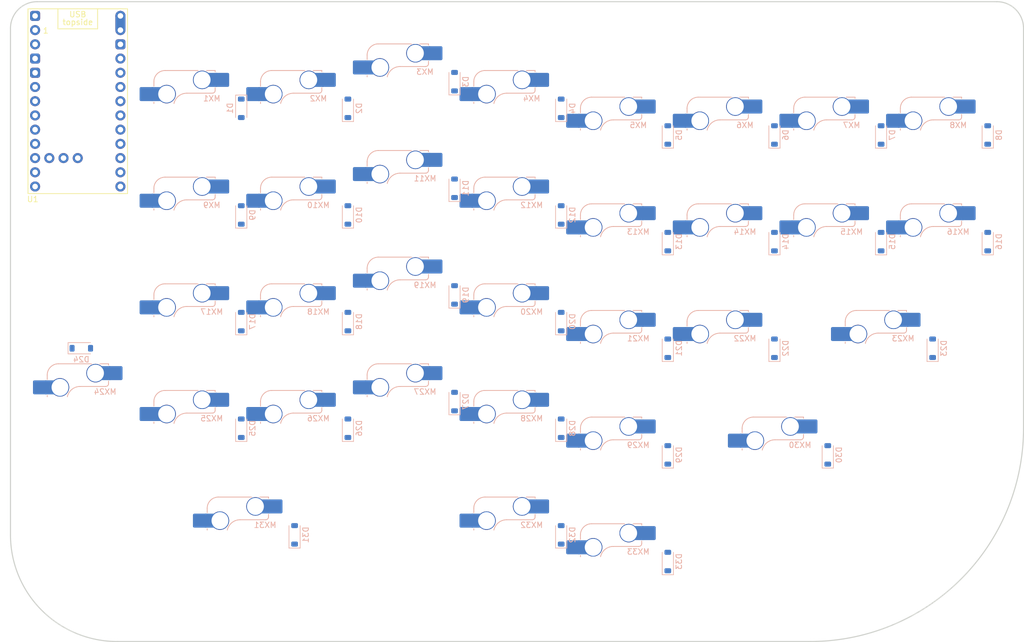
<source format=kicad_pcb>
(kicad_pcb (version 20240108) (generator "pcbnew") (generator_version "8.0")
  (layers (0 "F.Cu" signal) (31 "B.Cu" signal) (34 "B.Paste" user) (35 "F.Paste" user) (36 "B.SilkS" user "B.Silkscreen") (37 "F.SilkS" user "F.Silkscreen") (38 "B.Mask" user) (39 "F.Mask" user) (44 "Edge.Cuts" user))
  (net 0 "")
  (net 1 "Net-(D1-A)")
  (net 2 "R_Row 0")
  (net 3 "Net-(D2-A)")
  (net 4 "Net-(D3-A)")
  (net 5 "Net-(D4-A)")
  (net 6 "Net-(D5-A)")
  (net 7 "Net-(D6-A)")
  (net 8 "Net-(D7-A)")
  (net 9 "Net-(D8-A)")
  (net 10 "R_Row 1")
  (net 11 "Net-(D9-A)")
  (net 12 "Net-(D10-A)")
  (net 13 "Net-(D11-A)")
  (net 14 "Net-(D12-A)")
  (net 15 "Net-(D13-A)")
  (net 16 "Net-(D14-A)")
  (net 17 "Net-(D15-A)")
  (net 18 "Net-(D16-A)")
  (net 19 "R_Row 2")
  (net 20 "Net-(D17-A)")
  (net 21 "Net-(D18-A)")
  (net 22 "Net-(D19-A)")
  (net 23 "Net-(D20-A)")
  (net 24 "Net-(D21-A)")
  (net 25 "Net-(D22-A)")
  (net 26 "Net-(D23-A)")
  (net 27 "Net-(D24-A)")
  (net 29 "Net-(D25-A)")
  (net 30 "R_Row 3")
  (net 31 "Net-(D26-A)")
  (net 32 "Net-(D27-A)")
  (net 33 "Net-(D28-A)")
  (net 34 "Net-(D29-A)")
  (net 35 "Net-(D30-A)")
  (net 36 "Net-(D31-A)")
  (net 37 "R_Row 4")
  (net 38 "Net-(D32-A)")
  (net 39 "Net-(D33-A)")
  (net 40 "R_Column 0")
  (net 41 "R_Column 1")
  (net 42 "R_Column 2")
  (net 43 "R_Column 3")
  (net 44 "R_Column 4")
  (net 45 "R_Column 5")
  (net 46 "R_Column 6")
  (net 47 "R_Column 7")
  (net 53 "GND")
  (net 58 "RESET")
  (net 60 "VCC")
  (footprint "PCM_marbastlib-mx:STAB_MX_2u" (layer "F.Cu") (at 161.925 119.0625)
    (property "Reference" "S2" (hide yes))
    (property "Value" "MX_stab")
    (pad "" np_thru_hole circle (at -11.90625 -6.985) (size 3.048 3.048) (drill 3.048) (layers "*.Cu" "*.Mask"))
    (pad "" np_thru_hole circle (at -11.90625 8.255) (size 3.9878 3.9878) (drill 3.9878) (layers "*.Cu" "*.Mask"))
    (pad "" np_thru_hole circle (at 11.90625 -6.985) (size 3.048 3.048) (drill 3.048) (layers "*.Cu" "*.Mask"))
    (pad "" np_thru_hole circle (at 11.90625 8.255) (size 3.9878 3.9878) (drill 3.9878) (layers "*.Cu" "*.Mask"))
  )
  (footprint "PCM_marbastlib-xp-promicroish:nice_nano_AH_USBup" (layer "F.Cu") (at 37.465 57.15)
    (property "Reference" "U1" (at -9.14 16.24 0) (layer "F.SilkS") (effects (justify left)))
    (property "Value" "nice_nano")
    (fp_text user "1" (at -5.715 -13.2825 0) (layer "F.SilkS") (effects (justify bottom)))
    (fp_text user "USB" (at 0 -16.2 0) (layer "F.SilkS") (effects (justify bottom)))
    (fp_text user "topside" (at 0 -14.8 0) (layer "F.SilkS") (effects (justify bottom)))
    (pad "1" thru_hole circle (at -7.62 -13.97) (size 1.8 1.8) (drill 1) (layers "*.Cu" "B.Mask"))
    (pad "2" thru_hole circle (at -7.62 -11.43) (size 1.8 1.8) (drill 1) (layers "*.Cu" "B.Mask"))
    (pad "3" thru_hole roundrect (at -7.62 -8.89) (size 1.8 1.8) (drill 1) (layers "*.Cu" "B.Mask"))
    (pad "4" thru_hole roundrect (at -7.62 -6.35) (size 1.8 1.8) (drill 1) (layers "*.Cu" "B.Mask"))
    (pad "5" thru_hole circle (at -7.62 -3.81) (size 1.8 1.8) (drill 1) (layers "*.Cu" "B.Mask"))
    (pad "6" thru_hole circle (at -7.62 -1.27) (size 1.8 1.8) (drill 1) (layers "*.Cu" "B.Mask"))
    (pad "7" thru_hole circle (at -7.62 1.27) (size 1.8 1.8) (drill 1) (layers "*.Cu" "B.Mask"))
    (pad "8" thru_hole circle (at -7.62 3.81) (size 1.8 1.8) (drill 1) (layers "*.Cu" "B.Mask"))
    (pad "9" thru_hole circle (at -7.62 6.35) (size 1.8 1.8) (drill 1) (layers "*.Cu" "B.Mask"))
    (pad "10" thru_hole circle (at -7.62 8.89) (size 1.8 1.8) (drill 1) (layers "*.Cu" "B.Mask"))
    (pad "11" thru_hole circle (at -7.62 11.43) (size 1.8 1.8) (drill 1) (layers "*.Cu" "B.Mask"))
    (pad "12" thru_hole circle (at -7.62 13.97) (size 1.8 1.8) (drill 1) (layers "*.Cu" "B.Mask"))
    (pad "13" thru_hole oval (at 7.62 -13.97) (size 1.8 4.34) (drill 1 (offset 0 -1.27)) (layers "*.Cu" "B.Mask"))
    (pad "14" thru_hole roundrect (at 7.62 -11.43) (size 1.8 1.8) (drill 1) (layers "*.Cu" "B.Mask") (net 53 "GND"))
    (pad "15" thru_hole circle (at 7.62 -8.89) (size 1.8 1.8) (drill 1) (layers "*.Cu" "B.Mask") (net 58 "RESET"))
    (pad "16" thru_hole circle (at 7.62 -6.35) (size 1.8 1.8) (drill 1) (layers "*.Cu" "B.Mask") (net 60 "VCC"))
    (pad "17" thru_hole circle (at 7.62 -3.81) (size 1.8 1.8) (drill 1) (layers "*.Cu" "B.Mask"))
    (pad "18" thru_hole circle (at 7.62 -1.27) (size 1.8 1.8) (drill 1) (layers "*.Cu" "B.Mask"))
    (pad "19" thru_hole circle (at 7.62 1.27) (size 1.8 1.8) (drill 1) (layers "*.Cu" "B.Mask"))
    (pad "20" thru_hole circle (at 7.62 3.81) (size 1.8 1.8) (drill 1) (layers "*.Cu" "B.Mask"))
    (pad "21" thru_hole circle (at 7.62 6.35) (size 1.8 1.8) (drill 1) (layers "*.Cu" "B.Mask"))
    (pad "22" thru_hole circle (at 7.62 8.89) (size 1.8 1.8) (drill 1) (layers "*.Cu" "B.Mask"))
    (pad "23" thru_hole circle (at 7.62 11.43) (size 1.8 1.8) (drill 1) (layers "*.Cu" "B.Mask"))
    (pad "24" thru_hole circle (at 7.62 13.97) (size 1.8 1.8) (drill 1) (layers "*.Cu" "B.Mask"))
    (pad "25" thru_hole circle (at -5.08 8.89) (size 1.8 1.8) (drill 1) (layers "*.Cu" "B.Mask"))
    (pad "26" thru_hole circle (at -2.54 8.89) (size 1.8 1.8) (drill 1) (layers "*.Cu" "B.Mask"))
    (pad "27" thru_hole circle (at 0 8.89) (size 1.8 1.8) (drill 1) (layers "*.Cu" "B.Mask"))
    (pad "28" thru_hole roundrect (at -7.62 -16.51) (size 1.8 1.8) (drill 1) (layers "*.Cu" "B.Mask"))
    (pad "29" thru_hole circle (at 7.62 -16.51) (size 1.8 1.8) (drill 1) (layers "*.Cu" "B.Mask"))
  )
  (footprint "PCM_marbastlib-mx:STAB_MX_2u" (layer "F.Cu") (at 180.975 100.0125)
    (property "Reference" "S1" (hide yes))
    (property "Value" "MX_stab")
    (pad "" np_thru_hole circle (at -11.90625 -6.985) (size 3.048 3.048) (drill 3.048) (layers "*.Cu" "*.Mask"))
    (pad "" np_thru_hole circle (at -11.90625 8.255) (size 3.9878 3.9878) (drill 3.9878) (layers "*.Cu" "*.Mask"))
    (pad "" np_thru_hole circle (at 11.90625 -6.985) (size 3.048 3.048) (drill 3.048) (layers "*.Cu" "*.Mask"))
    (pad "" np_thru_hole circle (at 11.90625 8.255) (size 3.9878 3.9878) (drill 3.9878) (layers "*.Cu" "*.Mask"))
  )
  (footprint "PCM_marbastlib-mx:STAB_MX_2u" (layer "F.Cu") (at 66.675 133.35)
    (property "Reference" "S3" (hide yes))
    (property "Value" "MX_stab")
    (pad "" np_thru_hole circle (at -11.90625 -6.985) (size 3.048 3.048) (drill 3.048) (layers "*.Cu" "*.Mask"))
    (pad "" np_thru_hole circle (at -11.90625 8.255) (size 3.9878 3.9878) (drill 3.9878) (layers "*.Cu" "*.Mask"))
    (pad "" np_thru_hole circle (at 11.90625 -6.985) (size 3.048 3.048) (drill 3.048) (layers "*.Cu" "*.Mask"))
    (pad "" np_thru_hole circle (at 11.90625 8.255) (size 3.9878 3.9878) (drill 3.9878) (layers "*.Cu" "*.Mask"))
  )
  (footprint "Diode_SMD:D_SOD-123" (layer "B.Cu") (at 180.975 61.9125 90)
    (property "Reference" "D7" (at 0 2 90) (layer "B.SilkS") (effects (justify mirror)))
    (property "Value" "1N4148W")
    (pad "1" smd roundrect (at -1.65 0 90) (size 0.9 1.2) (layers "B.Cu" "B.Paste" "B.Mask") (net 2 "R_Row 0"))
    (pad "2" smd roundrect (at 1.65 0 90) (size 0.9 1.2) (layers "B.Cu" "B.Paste" "B.Mask") (net 8 "Net-(D7-A)"))
  )
  (footprint "PCM_marbastlib-mx:SW_MX_HS_CPG151101S11_1u" (layer "B.Cu") (at 76.2 57.15 180)
    (property "Reference" "MX2" (at -4.25 1.75 0) (layer "B.SilkS") (effects (justify mirror)))
    (property "Value" "MX_SW_HS")
    (pad "" np_thru_hole circle (at -5.08 0 180) (size 1.75 1.75) (drill 1.75) (layers "*.Cu" "*.Mask"))
    (pad "" np_thru_hole circle (at 0 0 180) (size 3.9878 3.9878) (drill 3.9878) (layers "*.Cu" "*.Mask"))
    (pad "" np_thru_hole circle (at 5.08 0 180) (size 1.75 1.75) (drill 1.75) (layers "*.Cu" "*.Mask"))
    (pad "1" thru_hole circle (at 3.81 2.54 180) (size 3.3 3.3) (drill 3) (layers "*.Cu" "*.Mask") (net 41 "R_Column 1"))
    (pad "1" smd rect (at 5.635 2.54) (size 1.65 2.5) (layers "B.Cu") (net 41 "R_Column 1"))
    (pad "1" smd roundrect (at 7.36 2.54 180) (size 2.55 2.5) (layers "B.Cu" "B.Paste" "B.Mask") (roundrect_rratio 0.1) (net 41 "R_Column 1"))
    (pad "2" smd roundrect (at -6.09 5.08 180) (size 2.55 2.5) (layers "B.Cu" "B.Paste" "B.Mask") (roundrect_rratio 0.1) (net 3 "Net-(D2-A)"))
    (pad "2" smd rect (at -4.34 5.08 180) (size 1.65 2.5) (layers "B.Cu") (net 3 "Net-(D2-A)"))
    (pad "2" thru_hole circle (at -2.54 5.08 180) (size 3.3 3.3) (drill 3) (layers "*.Cu" "*.Mask") (net 3 "Net-(D2-A)"))
  )
  (footprint "Diode_SMD:D_SOD-123" (layer "B.Cu") (at 66.675 57.15 -90)
    (property "Reference" "D1" (at 0 2 90) (layer "B.SilkS") (effects (justify mirror)))
    (property "Value" "1N4148W")
    (pad "1" smd roundrect (at -1.65 0 270) (size 0.9 1.2) (layers "B.Cu" "B.Paste" "B.Mask") (net 2 "R_Row 0"))
    (pad "2" smd roundrect (at 1.65 0 270) (size 0.9 1.2) (layers "B.Cu" "B.Paste" "B.Mask") (net 1 "Net-(D1-A)"))
  )
  (footprint "Diode_SMD:D_SOD-123" (layer "B.Cu") (at 123.825 114.3 90)
    (property "Reference" "D28" (at 0 2 90) (layer "B.SilkS") (effects (justify mirror)))
    (property "Value" "1N4148W")
    (pad "1" smd roundrect (at -1.65 0 90) (size 0.9 1.2) (layers "B.Cu" "B.Paste" "B.Mask") (net 30 "R_Row 3"))
    (pad "2" smd roundrect (at 1.65 0 90) (size 0.9 1.2) (layers "B.Cu" "B.Paste" "B.Mask") (net 33 "Net-(D28-A)"))
  )
  (footprint "Diode_SMD:D_SOD-123" (layer "B.Cu") (at 161.925 61.9125 90)
    (property "Reference" "D6" (at 0 2 90) (layer "B.SilkS") (effects (justify mirror)))
    (property "Value" "1N4148W")
    (pad "1" smd roundrect (at -1.65 0 90) (size 0.9 1.2) (layers "B.Cu" "B.Paste" "B.Mask") (net 2 "R_Row 0"))
    (pad "2" smd roundrect (at 1.65 0 90) (size 0.9 1.2) (layers "B.Cu" "B.Paste" "B.Mask") (net 7 "Net-(D6-A)"))
  )
  (footprint "Diode_SMD:D_SOD-123" (layer "B.Cu") (at 171.45 119.0625 90)
    (property "Reference" "D30" (at 0 2 90) (layer "B.SilkS") (effects (justify mirror)))
    (property "Value" "1N4148W")
    (pad "1" smd roundrect (at -1.65 0 90) (size 0.9 1.2) (layers "B.Cu" "B.Paste" "B.Mask") (net 30 "R_Row 3"))
    (pad "2" smd roundrect (at 1.65 0 90) (size 0.9 1.2) (layers "B.Cu" "B.Paste" "B.Mask") (net 35 "Net-(D30-A)"))
  )
  (footprint "PCM_marbastlib-mx:SW_MX_HS_CPG151101S11_1u" (layer "B.Cu") (at 114.3 76.2 180)
    (property "Reference" "MX12" (at -4.25 1.75 0) (layer "B.SilkS") (effects (justify mirror)))
    (property "Value" "MX_SW_HS")
    (pad "" np_thru_hole circle (at -5.08 0 180) (size 1.75 1.75) (drill 1.75) (layers "*.Cu" "*.Mask"))
    (pad "" np_thru_hole circle (at 0 0 180) (size 3.9878 3.9878) (drill 3.9878) (layers "*.Cu" "*.Mask"))
    (pad "" np_thru_hole circle (at 5.08 0 180) (size 1.75 1.75) (drill 1.75) (layers "*.Cu" "*.Mask"))
    (pad "1" thru_hole circle (at 3.81 2.54 180) (size 3.3 3.3) (drill 3) (layers "*.Cu" "*.Mask") (net 43 "R_Column 3"))
    (pad "1" smd rect (at 5.635 2.54) (size 1.65 2.5) (layers "B.Cu") (net 43 "R_Column 3"))
    (pad "1" smd roundrect (at 7.36 2.54 180) (size 2.55 2.5) (layers "B.Cu" "B.Paste" "B.Mask") (roundrect_rratio 0.1) (net 43 "R_Column 3"))
    (pad "2" smd roundrect (at -6.09 5.08 180) (size 2.55 2.5) (layers "B.Cu" "B.Paste" "B.Mask") (roundrect_rratio 0.1) (net 14 "Net-(D12-A)"))
    (pad "2" smd rect (at -4.34 5.08 180) (size 1.65 2.5) (layers "B.Cu") (net 14 "Net-(D12-A)"))
    (pad "2" thru_hole circle (at -2.54 5.08 180) (size 3.3 3.3) (drill 3) (layers "*.Cu" "*.Mask") (net 14 "Net-(D12-A)"))
  )
  (footprint "PCM_marbastlib-mx:SW_MX_HS_CPG151101S11_1u" (layer "B.Cu") (at 133.35 100.0125 180)
    (property "Reference" "MX21" (at -4.25 1.75 0) (layer "B.SilkS") (effects (justify mirror)))
    (property "Value" "MX_SW_HS")
    (pad "" np_thru_hole circle (at -5.08 0 180) (size 1.75 1.75) (drill 1.75) (layers "*.Cu" "*.Mask"))
    (pad "" np_thru_hole circle (at 0 0 180) (size 3.9878 3.9878) (drill 3.9878) (layers "*.Cu" "*.Mask"))
    (pad "" np_thru_hole circle (at 5.08 0 180) (size 1.75 1.75) (drill 1.75) (layers "*.Cu" "*.Mask"))
    (pad "1" thru_hole circle (at 3.81 2.54 180) (size 3.3 3.3) (drill 3) (layers "*.Cu" "*.Mask") (net 44 "R_Column 4"))
    (pad "1" smd rect (at 5.635 2.54) (size 1.65 2.5) (layers "B.Cu") (net 44 "R_Column 4"))
    (pad "1" smd roundrect (at 7.36 2.54 180) (size 2.55 2.5) (layers "B.Cu" "B.Paste" "B.Mask") (roundrect_rratio 0.1) (net 44 "R_Column 4"))
    (pad "2" smd roundrect (at -6.09 5.08 180) (size 2.55 2.5) (layers "B.Cu" "B.Paste" "B.Mask") (roundrect_rratio 0.1) (net 24 "Net-(D21-A)"))
    (pad "2" smd rect (at -4.34 5.08 180) (size 1.65 2.5) (layers "B.Cu") (net 24 "Net-(D21-A)"))
    (pad "2" thru_hole circle (at -2.54 5.08 180) (size 3.3 3.3) (drill 3) (layers "*.Cu" "*.Mask") (net 24 "Net-(D21-A)"))
  )
  (footprint "Diode_SMD:D_SOD-123" (layer "B.Cu") (at 123.825 95.25 90)
    (property "Reference" "D20" (at 0 2 90) (layer "B.SilkS") (effects (justify mirror)))
    (property "Value" "1N4148W")
    (pad "1" smd roundrect (at -1.65 0 90) (size 0.9 1.2) (layers "B.Cu" "B.Paste" "B.Mask") (net 19 "R_Row 2"))
    (pad "2" smd roundrect (at 1.65 0 90) (size 0.9 1.2) (layers "B.Cu" "B.Paste" "B.Mask") (net 23 "Net-(D20-A)"))
  )
  (footprint "PCM_marbastlib-mx:SW_MX_HS_CPG151101S11_1u" (layer "B.Cu") (at 95.25 71.4375 180)
    (property "Reference" "MX11" (at -4.25 1.75 0) (layer "B.SilkS") (effects (justify mirror)))
    (property "Value" "MX_SW_HS")
    (pad "" np_thru_hole circle (at -5.08 0 180) (size 1.75 1.75) (drill 1.75) (layers "*.Cu" "*.Mask"))
    (pad "" np_thru_hole circle (at 0 0 180) (size 3.9878 3.9878) (drill 3.9878) (layers "*.Cu" "*.Mask"))
    (pad "" np_thru_hole circle (at 5.08 0 180) (size 1.75 1.75) (drill 1.75) (layers "*.Cu" "*.Mask"))
    (pad "1" thru_hole circle (at 3.81 2.54 180) (size 3.3 3.3) (drill 3) (layers "*.Cu" "*.Mask") (net 42 "R_Column 2"))
    (pad "1" smd rect (at 5.635 2.54) (size 1.65 2.5) (layers "B.Cu") (net 42 "R_Column 2"))
    (pad "1" smd roundrect (at 7.36 2.54 180) (size 2.55 2.5) (layers "B.Cu" "B.Paste" "B.Mask") (roundrect_rratio 0.1) (net 42 "R_Column 2"))
    (pad "2" smd roundrect (at -6.09 5.08 180) (size 2.55 2.5) (layers "B.Cu" "B.Paste" "B.Mask") (roundrect_rratio 0.1) (net 13 "Net-(D11-A)"))
    (pad "2" smd rect (at -4.34 5.08 180) (size 1.65 2.5) (layers "B.Cu") (net 13 "Net-(D11-A)"))
    (pad "2" thru_hole circle (at -2.54 5.08 180) (size 3.3 3.3) (drill 3) (layers "*.Cu" "*.Mask") (net 13 "Net-(D11-A)"))
  )
  (footprint "PCM_marbastlib-mx:SW_MX_HS_CPG151101S11_1u" (layer "B.Cu") (at 152.4 100.0125 180)
    (property "Reference" "MX22" (at -4.25 1.75 0) (layer "B.SilkS") (effects (justify mirror)))
    (property "Value" "MX_SW_HS")
    (pad "" np_thru_hole circle (at -5.08 0 180) (size 1.75 1.75) (drill 1.75) (layers "*.Cu" "*.Mask"))
    (pad "" np_thru_hole circle (at 0 0 180) (size 3.9878 3.9878) (drill 3.9878) (layers "*.Cu" "*.Mask"))
    (pad "" np_thru_hole circle (at 5.08 0 180) (size 1.75 1.75) (drill 1.75) (layers "*.Cu" "*.Mask"))
    (pad "1" thru_hole circle (at 3.81 2.54 180) (size 3.3 3.3) (drill 3) (layers "*.Cu" "*.Mask") (net 45 "R_Column 5"))
    (pad "1" smd rect (at 5.635 2.54) (size 1.65 2.5) (layers "B.Cu") (net 45 "R_Column 5"))
    (pad "1" smd roundrect (at 7.36 2.54 180) (size 2.55 2.5) (layers "B.Cu" "B.Paste" "B.Mask") (roundrect_rratio 0.1) (net 45 "R_Column 5"))
    (pad "2" smd roundrect (at -6.09 5.08 180) (size 2.55 2.5) (layers "B.Cu" "B.Paste" "B.Mask") (roundrect_rratio 0.1) (net 25 "Net-(D22-A)"))
    (pad "2" smd rect (at -4.34 5.08 180) (size 1.65 2.5) (layers "B.Cu") (net 25 "Net-(D22-A)"))
    (pad "2" thru_hole circle (at -2.54 5.08 180) (size 3.3 3.3) (drill 3) (layers "*.Cu" "*.Mask") (net 25 "Net-(D22-A)"))
  )
  (footprint "Diode_SMD:D_SOD-123" (layer "B.Cu") (at 104.775 52.3875 90)
    (property "Reference" "D3" (at 0 2 90) (layer "B.SilkS") (effects (justify mirror)))
    (property "Value" "1N4148W")
    (pad "1" smd roundrect (at -1.65 0 90) (size 0.9 1.2) (layers "B.Cu" "B.Paste" "B.Mask") (net 2 "R_Row 0"))
    (pad "2" smd roundrect (at 1.65 0 90) (size 0.9 1.2) (layers "B.Cu" "B.Paste" "B.Mask") (net 4 "Net-(D3-A)"))
  )
  (footprint "Diode_SMD:D_SOD-123" (layer "B.Cu") (at 142.875 100.0125 90)
    (property "Reference" "D21" (at 0 2 90) (layer "B.SilkS") (effects (justify mirror)))
    (property "Value" "1N4148W")
    (pad "1" smd roundrect (at -1.65 0 90) (size 0.9 1.2) (layers "B.Cu" "B.Paste" "B.Mask") (net 19 "R_Row 2"))
    (pad "2" smd roundrect (at 1.65 0 90) (size 0.9 1.2) (layers "B.Cu" "B.Paste" "B.Mask") (net 24 "Net-(D21-A)"))
  )
  (footprint "PCM_marbastlib-mx:SW_MX_HS_CPG151101S11_1u" (layer "B.Cu") (at 38.1 109.5375 180)
    (property "Reference" "MX24" (at -4.25 1.75 0) (layer "B.SilkS") (effects (justify mirror)))
    (property "Value" "MX_SW_HS")
    (pad "" np_thru_hole circle (at -5.08 0 180) (size 1.75 1.75) (drill 1.75) (layers "*.Cu" "*.Mask"))
    (pad "" np_thru_hole circle (at 0 0 180) (size 3.9878 3.9878) (drill 3.9878) (layers "*.Cu" "*.Mask"))
    (pad "" np_thru_hole circle (at 5.08 0 180) (size 1.75 1.75) (drill 1.75) (layers "*.Cu" "*.Mask"))
    (pad "1" thru_hole circle (at 3.81 2.54 180) (size 3.3 3.3) (drill 3) (layers "*.Cu" "*.Mask"))
    (pad "1" smd rect (at 5.635 2.54) (size 1.65 2.5) (layers "B.Cu"))
    (pad "1" smd roundrect (at 7.36 2.54 180) (size 2.55 2.5) (layers "B.Cu" "B.Paste" "B.Mask") (roundrect_rratio 0.1))
    (pad "2" smd roundrect (at -6.09 5.08 180) (size 2.55 2.5) (layers "B.Cu" "B.Paste" "B.Mask") (roundrect_rratio 0.1) (net 27 "Net-(D24-A)"))
    (pad "2" smd rect (at -4.34 5.08 180) (size 1.65 2.5) (layers "B.Cu") (net 27 "Net-(D24-A)"))
    (pad "2" thru_hole circle (at -2.54 5.08 180) (size 3.3 3.3) (drill 3) (layers "*.Cu" "*.Mask") (net 27 "Net-(D24-A)"))
  )
  (footprint "PCM_marbastlib-mx:SW_MX_HS_CPG151101S11_1u" (layer "B.Cu") (at 76.2 114.3 180)
    (property "Reference" "MX26" (at -4.25 1.75 0) (layer "B.SilkS") (effects (justify mirror)))
    (property "Value" "MX_SW_HS")
    (pad "" np_thru_hole circle (at -5.08 0 180) (size 1.75 1.75) (drill 1.75) (layers "*.Cu" "*.Mask"))
    (pad "" np_thru_hole circle (at 0 0 180) (size 3.9878 3.9878) (drill 3.9878) (layers "*.Cu" "*.Mask"))
    (pad "" np_thru_hole circle (at 5.08 0 180) (size 1.75 1.75) (drill 1.75) (layers "*.Cu" "*.Mask"))
    (pad "1" thru_hole circle (at 3.81 2.54 180) (size 3.3 3.3) (drill 3) (layers "*.Cu" "*.Mask") (net 41 "R_Column 1"))
    (pad "1" smd rect (at 5.635 2.54) (size 1.65 2.5) (layers "B.Cu") (net 41 "R_Column 1"))
    (pad "1" smd roundrect (at 7.36 2.54 180) (size 2.55 2.5) (layers "B.Cu" "B.Paste" "B.Mask") (roundrect_rratio 0.1) (net 41 "R_Column 1"))
    (pad "2" smd roundrect (at -6.09 5.08 180) (size 2.55 2.5) (layers "B.Cu" "B.Paste" "B.Mask") (roundrect_rratio 0.1) (net 31 "Net-(D26-A)"))
    (pad "2" smd rect (at -4.34 5.08 180) (size 1.65 2.5) (layers "B.Cu") (net 31 "Net-(D26-A)"))
    (pad "2" thru_hole circle (at -2.54 5.08 180) (size 3.3 3.3) (drill 3) (layers "*.Cu" "*.Mask") (net 31 "Net-(D26-A)"))
  )
  (footprint "Diode_SMD:D_SOD-123" (layer "B.Cu") (at 76.2 133.35 90)
    (property "Reference" "D31" (at 0 2 90) (layer "B.SilkS") (effects (justify mirror)))
    (property "Value" "1N4148W")
    (pad "1" smd roundrect (at -1.65 0 90) (size 0.9 1.2) (layers "B.Cu" "B.Paste" "B.Mask") (net 37 "R_Row 4"))
    (pad "2" smd roundrect (at 1.65 0 90) (size 0.9 1.2) (layers "B.Cu" "B.Paste" "B.Mask") (net 36 "Net-(D31-A)"))
  )
  (footprint "Diode_SMD:D_SOD-123" (layer "B.Cu") (at 161.925 100.0125 90)
    (property "Reference" "D22" (at 0 2 90) (layer "B.SilkS") (effects (justify mirror)))
    (property "Value" "1N4148W")
    (pad "1" smd roundrect (at -1.65 0 90) (size 0.9 1.2) (layers "B.Cu" "B.Paste" "B.Mask") (net 19 "R_Row 2"))
    (pad "2" smd roundrect (at 1.65 0 90) (size 0.9 1.2) (layers "B.Cu" "B.Paste" "B.Mask") (net 25 "Net-(D22-A)"))
  )
  (footprint "PCM_marbastlib-mx:SW_MX_HS_CPG151101S11_1u" (layer "B.Cu") (at 95.25 109.5375 180)
    (property "Reference" "MX27" (at -4.25 1.75 0) (layer "B.SilkS") (effects (justify mirror)))
    (property "Value" "MX_SW_HS")
    (pad "" np_thru_hole circle (at -5.08 0 180) (size 1.75 1.75) (drill 1.75) (layers "*.Cu" "*.Mask"))
    (pad "" np_thru_hole circle (at 0 0 180) (size 3.9878 3.9878) (drill 3.9878) (layers "*.Cu" "*.Mask"))
    (pad "" np_thru_hole circle (at 5.08 0 180) (size 1.75 1.75) (drill 1.75) (layers "*.Cu" "*.Mask"))
    (pad "1" thru_hole circle (at 3.81 2.54 180) (size 3.3 3.3) (drill 3) (layers "*.Cu" "*.Mask") (net 42 "R_Column 2"))
    (pad "1" smd rect (at 5.635 2.54) (size 1.65 2.5) (layers "B.Cu") (net 42 "R_Column 2"))
    (pad "1" smd roundrect (at 7.36 2.54 180) (size 2.55 2.5) (layers "B.Cu" "B.Paste" "B.Mask") (roundrect_rratio 0.1) (net 42 "R_Column 2"))
    (pad "2" smd roundrect (at -6.09 5.08 180) (size 2.55 2.5) (layers "B.Cu" "B.Paste" "B.Mask") (roundrect_rratio 0.1) (net 32 "Net-(D27-A)"))
    (pad "2" smd rect (at -4.34 5.08 180) (size 1.65 2.5) (layers "B.Cu") (net 32 "Net-(D27-A)"))
    (pad "2" thru_hole circle (at -2.54 5.08 180) (size 3.3 3.3) (drill 3) (layers "*.Cu" "*.Mask") (net 32 "Net-(D27-A)"))
  )
  (footprint "Diode_SMD:D_SOD-123" (layer "B.Cu") (at 180.975 80.9625 90)
    (property "Reference" "D15" (at 0 2 90) (layer "B.SilkS") (effects (justify mirror)))
    (property "Value" "1N4148W")
    (pad "1" smd roundrect (at -1.65 0 90) (size 0.9 1.2) (layers "B.Cu" "B.Paste" "B.Mask") (net 10 "R_Row 1"))
    (pad "2" smd roundrect (at 1.65 0 90) (size 0.9 1.2) (layers "B.Cu" "B.Paste" "B.Mask") (net 17 "Net-(D15-A)"))
  )
  (footprint "PCM_marbastlib-mx:SW_MX_HS_CPG151101S11_1u" (layer "B.Cu") (at 190.5 61.9125 180)
    (property "Reference" "MX8" (at -4.25 1.75 0) (layer "B.SilkS") (effects (justify mirror)))
    (property "Value" "MX_SW_HS")
    (pad "" np_thru_hole circle (at -5.08 0 180) (size 1.75 1.75) (drill 1.75) (layers "*.Cu" "*.Mask"))
    (pad "" np_thru_hole circle (at 0 0 180) (size 3.9878 3.9878) (drill 3.9878) (layers "*.Cu" "*.Mask"))
    (pad "" np_thru_hole circle (at 5.08 0 180) (size 1.75 1.75) (drill 1.75) (layers "*.Cu" "*.Mask"))
    (pad "1" thru_hole circle (at 3.81 2.54 180) (size 3.3 3.3) (drill 3) (layers "*.Cu" "*.Mask") (net 47 "R_Column 7"))
    (pad "1" smd rect (at 5.635 2.54) (size 1.65 2.5) (layers "B.Cu") (net 47 "R_Column 7"))
    (pad "1" smd roundrect (at 7.36 2.54 180) (size 2.55 2.5) (layers "B.Cu" "B.Paste" "B.Mask") (roundrect_rratio 0.1) (net 47 "R_Column 7"))
    (pad "2" smd roundrect (at -6.09 5.08 180) (size 2.55 2.5) (layers "B.Cu" "B.Paste" "B.Mask") (roundrect_rratio 0.1) (net 9 "Net-(D8-A)"))
    (pad "2" smd rect (at -4.34 5.08 180) (size 1.65 2.5) (layers "B.Cu") (net 9 "Net-(D8-A)"))
    (pad "2" thru_hole circle (at -2.54 5.08 180) (size 3.3 3.3) (drill 3) (layers "*.Cu" "*.Mask") (net 9 "Net-(D8-A)"))
  )
  (footprint "PCM_marbastlib-mx:SW_MX_HS_CPG151101S11_1u" (layer "B.Cu") (at 76.2 76.2 180)
    (property "Reference" "MX10" (at -4.25 1.75 0) (layer "B.SilkS") (effects (justify mirror)))
    (property "Value" "MX_SW_HS")
    (pad "" np_thru_hole circle (at -5.08 0 180) (size 1.75 1.75) (drill 1.75) (layers "*.Cu" "*.Mask"))
    (pad "" np_thru_hole circle (at 0 0 180) (size 3.9878 3.9878) (drill 3.9878) (layers "*.Cu" "*.Mask"))
    (pad "" np_thru_hole circle (at 5.08 0 180) (size 1.75 1.75) (drill 1.75) (layers "*.Cu" "*.Mask"))
    (pad "1" thru_hole circle (at 3.81 2.54 180) (size 3.3 3.3) (drill 3) (layers "*.Cu" "*.Mask") (net 41 "R_Column 1"))
    (pad "1" smd rect (at 5.635 2.54) (size 1.65 2.5) (layers "B.Cu") (net 41 "R_Column 1"))
    (pad "1" smd roundrect (at 7.36 2.54 180) (size 2.55 2.5) (layers "B.Cu" "B.Paste" "B.Mask") (roundrect_rratio 0.1) (net 41 "R_Column 1"))
    (pad "2" smd roundrect (at -6.09 5.08 180) (size 2.55 2.5) (layers "B.Cu" "B.Paste" "B.Mask") (roundrect_rratio 0.1) (net 12 "Net-(D10-A)"))
    (pad "2" smd rect (at -4.34 5.08 180) (size 1.65 2.5) (layers "B.Cu") (net 12 "Net-(D10-A)"))
    (pad "2" thru_hole circle (at -2.54 5.08 180) (size 3.3 3.3) (drill 3) (layers "*.Cu" "*.Mask") (net 12 "Net-(D10-A)"))
  )
  (footprint "Diode_SMD:D_SOD-123" (layer "B.Cu") (at 190.1825 100.0125 90)
    (property "Reference" "D23" (at 0 2 90) (layer "B.SilkS") (effects (justify mirror)))
    (property "Value" "1N4148W")
    (pad "1" smd roundrect (at -1.65 0 90) (size 0.9 1.2) (layers "B.Cu" "B.Paste" "B.Mask") (net 19 "R_Row 2"))
    (pad "2" smd roundrect (at 1.65 0 90) (size 0.9 1.2) (layers "B.Cu" "B.Paste" "B.Mask") (net 26 "Net-(D23-A)"))
  )
  (footprint "PCM_marbastlib-mx:SW_MX_HS_CPG151101S11_1u" (layer "B.Cu") (at 57.15 114.3 180)
    (property "Reference" "MX25" (at -4.25 1.75 0) (layer "B.SilkS") (effects (justify mirror)))
    (property "Value" "MX_SW_HS")
    (pad "" np_thru_hole circle (at -5.08 0 180) (size 1.75 1.75) (drill 1.75) (layers "*.Cu" "*.Mask"))
    (pad "" np_thru_hole circle (at 0 0 180) (size 3.9878 3.9878) (drill 3.9878) (layers "*.Cu" "*.Mask"))
    (pad "" np_thru_hole circle (at 5.08 0 180) (size 1.75 1.75) (drill 1.75) (layers "*.Cu" "*.Mask"))
    (pad "1" thru_hole circle (at 3.81 2.54 180) (size 3.3 3.3) (drill 3) (layers "*.Cu" "*.Mask") (net 40 "R_Column 0"))
    (pad "1" smd rect (at 5.635 2.54) (size 1.65 2.5) (layers "B.Cu") (net 40 "R_Column 0"))
    (pad "1" smd roundrect (at 7.36 2.54 180) (size 2.55 2.5) (layers "B.Cu" "B.Paste" "B.Mask") (roundrect_rratio 0.1) (net 40 "R_Column 0"))
    (pad "2" smd roundrect (at -6.09 5.08 180) (size 2.55 2.5) (layers "B.Cu" "B.Paste" "B.Mask") (roundrect_rratio 0.1) (net 29 "Net-(D25-A)"))
    (pad "2" smd rect (at -4.34 5.08 180) (size 1.65 2.5) (layers "B.Cu") (net 29 "Net-(D25-A)"))
    (pad "2" thru_hole circle (at -2.54 5.08 180) (size 3.3 3.3) (drill 3) (layers "*.Cu" "*.Mask") (net 29 "Net-(D25-A)"))
  )
  (footprint "PCM_marbastlib-mx:SW_MX_HS_CPG151101S11_1u" (layer "B.Cu") (at 180.6575 100.0125 180)
    (property "Reference" "MX23" (at -4.25 1.75 0) (layer "B.SilkS") (effects (justify mirror)))
    (property "Value" "MX_SW_HS")
    (pad "" np_thru_hole circle (at -5.08 0 180) (size 1.75 1.75) (drill 1.75) (layers "*.Cu" "*.Mask"))
    (pad "" np_thru_hole circle (at 0 0 180) (size 3.9878 3.9878) (drill 3.9878) (layers "*.Cu" "*.Mask"))
    (pad "" np_thru_hole circle (at 5.08 0 180) (size 1.75 1.75) (drill 1.75) (layers "*.Cu" "*.Mask"))
    (pad "1" thru_hole circle (at 3.81 2.54 180) (size 3.3 3.3) (drill 3) (layers "*.Cu" "*.Mask") (net 46 "R_Column 6"))
    (pad "1" smd rect (at 5.635 2.54) (size 1.65 2.5) (layers "B.Cu") (net 46 "R_Column 6"))
    (pad "1" smd roundrect (at 7.36 2.54 180) (size 2.55 2.5) (layers "B.Cu" "B.Paste" "B.Mask") (roundrect_rratio 0.1) (net 46 "R_Column 6"))
    (pad "2" smd roundrect (at -6.09 5.08 180) (size 2.55 2.5) (layers "B.Cu" "B.Paste" "B.Mask") (roundrect_rratio 0.1) (net 26 "Net-(D23-A)"))
    (pad "2" smd rect (at -4.34 5.08 180) (size 1.65 2.5) (layers "B.Cu") (net 26 "Net-(D23-A)"))
    (pad "2" thru_hole circle (at -2.54 5.08 180) (size 3.3 3.3) (drill 3) (layers "*.Cu" "*.Mask") (net 26 "Net-(D23-A)"))
  )
  (footprint "Diode_SMD:D_SOD-123" (layer "B.Cu") (at 161.925 80.9625 90)
    (property "Reference" "D14" (at 0 2 90) (layer "B.SilkS") (effects (justify mirror)))
    (property "Value" "1N4148W")
    (pad "1" smd roundrect (at -1.65 0 90) (size 0.9 1.2) (layers "B.Cu" "B.Paste" "B.Mask") (net 10 "R_Row 1"))
    (pad "2" smd roundrect (at 1.65 0 90) (size 0.9 1.2) (layers "B.Cu" "B.Paste" "B.Mask") (net 16 "Net-(D14-A)"))
  )
  (footprint "Diode_SMD:D_SOD-123" (layer "B.Cu") (at 142.875 61.9125 90)
    (property "Reference" "D5" (at 0 2 90) (layer "B.SilkS") (effects (justify mirror)))
    (property "Value" "1N4148W")
    (pad "1" smd roundrect (at -1.65 0 90) (size 0.9 1.2) (layers "B.Cu" "B.Paste" "B.Mask") (net 2 "R_Row 0"))
    (pad "2" smd roundrect (at 1.65 0 90) (size 0.9 1.2) (layers "B.Cu" "B.Paste" "B.Mask") (net 6 "Net-(D5-A)"))
  )
  (footprint "PCM_marbastlib-mx:SW_MX_HS_CPG151101S11_1u" (layer "B.Cu") (at 133.35 80.9625 180)
    (property "Reference" "MX13" (at -4.25 1.75 0) (layer "B.SilkS") (effects (justify mirror)))
    (property "Value" "MX_SW_HS")
    (pad "" np_thru_hole circle (at -5.08 0 180) (size 1.75 1.75) (drill 1.75) (layers "*.Cu" "*.Mask"))
    (pad "" np_thru_hole circle (at 0 0 180) (size 3.9878 3.9878) (drill 3.9878) (layers "*.Cu" "*.Mask"))
    (pad "" np_thru_hole circle (at 5.08 0 180) (size 1.75 1.75) (drill 1.75) (layers "*.Cu" "*.Mask"))
    (pad "1" thru_hole circle (at 3.81 2.54 180) (size 3.3 3.3) (drill 3) (layers "*.Cu" "*.Mask") (net 44 "R_Column 4"))
    (pad "1" smd rect (at 5.635 2.54) (size 1.65 2.5) (layers "B.Cu") (net 44 "R_Column 4"))
    (pad "1" smd roundrect (at 7.36 2.54 180) (size 2.55 2.5) (layers "B.Cu" "B.Paste" "B.Mask") (roundrect_rratio 0.1) (net 44 "R_Column 4"))
    (pad "2" smd roundrect (at -6.09 5.08 180) (size 2.55 2.5) (layers "B.Cu" "B.Paste" "B.Mask") (roundrect_rratio 0.1) (net 15 "Net-(D13-A)"))
    (pad "2" smd rect (at -4.34 5.08 180) (size 1.65 2.5) (layers "B.Cu") (net 15 "Net-(D13-A)"))
    (pad "2" thru_hole circle (at -2.54 5.08 180) (size 3.3 3.3) (drill 3) (layers "*.Cu" "*.Mask") (net 15 "Net-(D13-A)"))
  )
  (footprint "PCM_marbastlib-mx:SW_MX_HS_CPG151101S11_1u" (layer "B.Cu") (at 57.15 76.2 180)
    (property "Reference" "MX9" (at -4.25 1.75 0) (layer "B.SilkS") (effects (justify mirror)))
    (property "Value" "MX_SW_HS")
    (pad "" np_thru_hole circle (at -5.08 0 180) (size 1.75 1.75) (drill 1.75) (layers "*.Cu" "*.Mask"))
    (pad "" np_thru_hole circle (at 0 0 180) (size 3.9878 3.9878) (drill 3.9878) (layers "*.Cu" "*.Mask"))
    (pad "" np_thru_hole circle (at 5.08 0 180) (size 1.75 1.75) (drill 1.75) (layers "*.Cu" "*.Mask"))
    (pad "1" thru_hole circle (at 3.81 2.54 180) (size 3.3 3.3) (drill 3) (layers "*.Cu" "*.Mask") (net 40 "R_Column 0"))
    (pad "1" smd rect (at 5.635 2.54) (size 1.65 2.5) (layers "B.Cu") (net 40 "R_Column 0"))
    (pad "1" smd roundrect (at 7.36 2.54 180) (size 2.55 2.5) (layers "B.Cu" "B.Paste" "B.Mask") (roundrect_rratio 0.1) (net 40 "R_Column 0"))
    (pad "2" smd roundrect (at -6.09 5.08 180) (size 2.55 2.5) (layers "B.Cu" "B.Paste" "B.Mask") (roundrect_rratio 0.1) (net 11 "Net-(D9-A)"))
    (pad "2" smd rect (at -4.34 5.08 180) (size 1.65 2.5) (layers "B.Cu") (net 11 "Net-(D9-A)"))
    (pad "2" thru_hole circle (at -2.54 5.08 180) (size 3.3 3.3) (drill 3) (layers "*.Cu" "*.Mask") (net 11 "Net-(D9-A)"))
  )
  (footprint "Diode_SMD:D_SOD-123" (layer "B.Cu") (at 85.725 95.25 90)
    (property "Reference" "D18" (at 0 2 90) (layer "B.SilkS") (effects (justify mirror)))
    (property "Value" "1N4148W")
    (pad "1" smd roundrect (at -1.65 0 90) (size 0.9 1.2) (layers "B.Cu" "B.Paste" "B.Mask") (net 19 "R_Row 2"))
    (pad "2" smd roundrect (at 1.65 0 90) (size 0.9 1.2) (layers "B.Cu" "B.Paste" "B.Mask") (net 21 "Net-(D18-A)"))
  )
  (footprint "Diode_SMD:D_SOD-123" (layer "B.Cu") (at 142.875 119.0625 90)
    (property "Reference" "D29" (at 0 2 90) (layer "B.SilkS") (effects (justify mirror)))
    (property "Value" "1N4148W")
    (pad "1" smd roundrect (at -1.65 0 90) (size 0.9 1.2) (layers "B.Cu" "B.Paste" "B.Mask") (net 30 "R_Row 3"))
    (pad "2" smd roundrect (at 1.65 0 90) (size 0.9 1.2) (layers "B.Cu" "B.Paste" "B.Mask") (net 34 "Net-(D29-A)"))
  )
  (footprint "PCM_marbastlib-mx:SW_MX_HS_CPG151101S11_1u" (layer "B.Cu") (at 114.3 57.15 180)
    (property "Reference" "MX4" (at -4.25 1.75 0) (layer "B.SilkS") (effects (justify mirror)))
    (property "Value" "MX_SW_HS")
    (pad "" np_thru_hole circle (at -5.08 0 180) (size 1.75 1.75) (drill 1.75) (layers "*.Cu" "*.Mask"))
    (pad "" np_thru_hole circle (at 0 0 180) (size 3.9878 3.9878) (drill 3.9878) (layers "*.Cu" "*.Mask"))
    (pad "" np_thru_hole circle (at 5.08 0 180) (size 1.75 1.75) (drill 1.75) (layers "*.Cu" "*.Mask"))
    (pad "1" thru_hole circle (at 3.81 2.54 180) (size 3.3 3.3) (drill 3) (layers "*.Cu" "*.Mask") (net 43 "R_Column 3"))
    (pad "1" smd rect (at 5.635 2.54) (size 1.65 2.5) (layers "B.Cu") (net 43 "R_Column 3"))
    (pad "1" smd roundrect (at 7.36 2.54 180) (size 2.55 2.5) (layers "B.Cu" "B.Paste" "B.Mask") (roundrect_rratio 0.1) (net 43 "R_Column 3"))
    (pad "2" smd roundrect (at -6.09 5.08 180) (size 2.55 2.5) (layers "B.Cu" "B.Paste" "B.Mask") (roundrect_rratio 0.1) (net 5 "Net-(D4-A)"))
    (pad "2" smd rect (at -4.34 5.08 180) (size 1.65 2.5) (layers "B.Cu") (net 5 "Net-(D4-A)"))
    (pad "2" thru_hole circle (at -2.54 5.08 180) (size 3.3 3.3) (drill 3) (layers "*.Cu" "*.Mask") (net 5 "Net-(D4-A)"))
  )
  (footprint "Diode_SMD:D_SOD-123" (layer "B.Cu") (at 66.675 76.2 90)
    (property "Reference" "D9" (at 0 2 90) (layer "B.SilkS") (effects (justify mirror)))
    (property "Value" "1N4148W")
    (pad "1" smd roundrect (at -1.65 0 90) (size 0.9 1.2) (layers "B.Cu" "B.Paste" "B.Mask") (net 10 "R_Row 1"))
    (pad "2" smd roundrect (at 1.65 0 90) (size 0.9 1.2) (layers "B.Cu" "B.Paste" "B.Mask") (net 11 "Net-(D9-A)"))
  )
  (footprint "Diode_SMD:D_SOD-123" (layer "B.Cu") (at 38.1 100.0125)
    (property "Reference" "D24" (at 0 2 0) (layer "B.SilkS") (effects (justify mirror)))
    (property "Value" "1N4148W")
    (pad "1" smd roundrect (at -1.65 0) (size 0.9 1.2) (layers "B.Cu" "B.Paste" "B.Mask"))
    (pad "2" smd roundrect (at 1.65 0) (size 0.9 1.2) (layers "B.Cu" "B.Paste" "B.Mask") (net 27 "Net-(D24-A)"))
  )
  (footprint "Diode_SMD:D_SOD-123" (layer "B.Cu") (at 200.025 80.9625 90)
    (property "Reference" "D16" (at 0 2 90) (layer "B.SilkS") (effects (justify mirror)))
    (property "Value" "1N4148W")
    (pad "1" smd roundrect (at -1.65 0 90) (size 0.9 1.2) (layers "B.Cu" "B.Paste" "B.Mask") (net 10 "R_Row 1"))
    (pad "2" smd roundrect (at 1.65 0 90) (size 0.9 1.2) (layers "B.Cu" "B.Paste" "B.Mask") (net 18 "Net-(D16-A)"))
  )
  (footprint "PCM_marbastlib-mx:SW_MX_HS_CPG151101S11_1u" (layer "B.Cu") (at 133.35 119.0625 180)
    (property "Reference" "MX29" (at -4.25 1.75 0) (layer "B.SilkS") (effects (justify mirror)))
    (property "Value" "MX_SW_HS")
    (pad "" np_thru_hole circle (at -5.08 0 180) (size 1.75 1.75) (drill 1.75) (layers "*.Cu" "*.Mask"))
    (pad "" np_thru_hole circle (at 0 0 180) (size 3.9878 3.9878) (drill 3.9878) (layers "*.Cu" "*.Mask"))
    (pad "" np_thru_hole circle (at 5.08 0 180) (size 1.75 1.75) (drill 1.75) (layers "*.Cu" "*.Mask"))
    (pad "1" thru_hole circle (at 3.81 2.54 180) (size 3.3 3.3) (drill 3) (layers "*.Cu" "*.Mask") (net 44 "R_Column 4"))
    (pad "1" smd rect (at 5.635 2.54) (size 1.65 2.5) (layers "B.Cu") (net 44 "R_Column 4"))
    (pad "1" smd roundrect (at 7.36 2.54 180) (size 2.55 2.5) (layers "B.Cu" "B.Paste" "B.Mask") (roundrect_rratio 0.1) (net 44 "R_Column 4"))
    (pad "2" smd roundrect (at -6.09 5.08 180) (size 2.55 2.5) (layers "B.Cu" "B.Paste" "B.Mask") (roundrect_rratio 0.1) (net 34 "Net-(D29-A)"))
    (pad "2" smd rect (at -4.34 5.08 180) (size 1.65 2.5) (layers "B.Cu") (net 34 "Net-(D29-A)"))
    (pad "2" thru_hole circle (at -2.54 5.08 180) (size 3.3 3.3) (drill 3) (layers "*.Cu" "*.Mask") (net 34 "Net-(D29-A)"))
  )
  (footprint "Diode_SMD:D_SOD-123" (layer "B.Cu") (at 104.775 90.4875 90)
    (property "Reference" "D19" (at 0 2 90) (layer "B.SilkS") (effects (justify mirror)))
    (property "Value" "1N4148W")
    (pad "1" smd roundrect (at -1.65 0 90) (size 0.9 1.2) (layers "B.Cu" "B.Paste" "B.Mask") (net 19 "R_Row 2"))
    (pad "2" smd roundrect (at 1.65 0 90) (size 0.9 1.2) (layers "B.Cu" "B.Paste" "B.Mask") (net 22 "Net-(D19-A)"))
  )
  (footprint "PCM_marbastlib-mx:SW_MX_HS_CPG151101S11_1u" (layer "B.Cu") (at 171.45 80.9625 180)
    (property "Reference" "MX15" (at -4.25 1.75 0) (layer "B.SilkS") (effects (justify mirror)))
    (property "Value" "MX_SW_HS")
    (pad "" np_thru_hole circle (at -5.08 0 180) (size 1.75 1.75) (drill 1.75) (layers "*.Cu" "*.Mask"))
    (pad "" np_thru_hole circle (at 0 0 180) (size 3.9878 3.9878) (drill 3.9878) (layers "*.Cu" "*.Mask"))
    (pad "" np_thru_hole circle (at 5.08 0 180) (size 1.75 1.75) (drill 1.75) (layers "*.Cu" "*.Mask"))
    (pad "1" thru_hole circle (at 3.81 2.54 180) (size 3.3 3.3) (drill 3) (layers "*.Cu" "*.Mask") (net 46 "R_Column 6"))
    (pad "1" smd rect (at 5.635 2.54) (size 1.65 2.5) (layers "B.Cu") (net 46 "R_Column 6"))
    (pad "1" smd roundrect (at 7.36 2.54 180) (size 2.55 2.5) (layers "B.Cu" "B.Paste" "B.Mask") (roundrect_rratio 0.1) (net 46 "R_Column 6"))
    (pad "2" smd roundrect (at -6.09 5.08 180) (size 2.55 2.5) (layers "B.Cu" "B.Paste" "B.Mask") (roundrect_rratio 0.1) (net 17 "Net-(D15-A)"))
    (pad "2" smd rect (at -4.34 5.08 180) (size 1.65 2.5) (layers "B.Cu") (net 17 "Net-(D15-A)"))
    (pad "2" thru_hole circle (at -2.54 5.08 180) (size 3.3 3.3) (drill 3) (layers "*.Cu" "*.Mask") (net 17 "Net-(D15-A)"))
  )
  (footprint "PCM_marbastlib-mx:SW_MX_HS_CPG151101S11_1u" (layer "B.Cu") (at 152.4 80.9625 180)
    (property "Reference" "MX14" (at -4.25 1.75 0) (layer "B.SilkS") (effects (justify mirror)))
    (property "Value" "MX_SW_HS")
    (pad "" np_thru_hole circle (at -5.08 0 180) (size 1.75 1.75) (drill 1.75) (layers "*.Cu" "*.Mask"))
    (pad "" np_thru_hole circle (at 0 0 180) (size 3.9878 3.9878) (drill 3.9878) (layers "*.Cu" "*.Mask"))
    (pad "" np_thru_hole circle (at 5.08 0 180) (size 1.75 1.75) (drill 1.75) (layers "*.Cu" "*.Mask"))
    (pad "1" thru_hole circle (at 3.81 2.54 180) (size 3.3 3.3) (drill 3) (layers "*.Cu" "*.Mask") (net 45 "R_Column 5"))
    (pad "1" smd rect (at 5.635 2.54) (size 1.65 2.5) (layers "B.Cu") (net 45 "R_Column 5"))
    (pad "1" smd roundrect (at 7.36 2.54 180) (size 2.55 2.5) (layers "B.Cu" "B.Paste" "B.Mask") (roundrect_rratio 0.1) (net 45 "R_Column 5"))
    (pad "2" smd roundrect (at -6.09 5.08 180) (size 2.55 2.5) (layers "B.Cu" "B.Paste" "B.Mask") (roundrect_rratio 0.1) (net 16 "Net-(D14-A)"))
    (pad "2" smd rect (at -4.34 5.08 180) (size 1.65 2.5) (layers "B.Cu") (net 16 "Net-(D14-A)"))
    (pad "2" thru_hole circle (at -2.54 5.08 180) (size 3.3 3.3) (drill 3) (layers "*.Cu" "*.Mask") (net 16 "Net-(D14-A)"))
  )
  (footprint "Diode_SMD:D_SOD-123" (layer "B.Cu") (at 142.875 138.1125 90)
    (property "Reference" "D33" (at 0 2 90) (layer "B.SilkS") (effects (justify mirror)))
    (property "Value" "1N4148W")
    (pad "1" smd roundrect (at -1.65 0 90) (size 0.9 1.2) (layers "B.Cu" "B.Paste" "B.Mask") (net 37 "R_Row 4"))
    (pad "2" smd roundrect (at 1.65 0 90) (size 0.9 1.2) (layers "B.Cu" "B.Paste" "B.Mask") (net 39 "Net-(D33-A)"))
  )
  (footprint "Diode_SMD:D_SOD-123" (layer "B.Cu") (at 142.875 80.9625 90)
    (property "Reference" "D13" (at 0 2 90) (layer "B.SilkS") (effects (justify mirror)))
    (property "Value" "1N4148W")
    (pad "1" smd roundrect (at -1.65 0 90) (size 0.9 1.2) (layers "B.Cu" "B.Paste" "B.Mask") (net 10 "R_Row 1"))
    (pad "2" smd roundrect (at 1.65 0 90) (size 0.9 1.2) (layers "B.Cu" "B.Paste" "B.Mask") (net 15 "Net-(D13-A)"))
  )
  (footprint "Diode_SMD:D_SOD-123" (layer "B.Cu") (at 123.825 133.35 90)
    (property "Reference" "D32" (at 0 2 90) (layer "B.SilkS") (effects (justify mirror)))
    (property "Value" "1N4148W")
    (pad "1" smd roundrect (at -1.65 0 90) (size 0.9 1.2) (layers "B.Cu" "B.Paste" "B.Mask") (net 37 "R_Row 4"))
    (pad "2" smd roundrect (at 1.65 0 90) (size 0.9 1.2) (layers "B.Cu" "B.Paste" "B.Mask") (net 38 "Net-(D32-A)"))
  )
  (footprint "PCM_marbastlib-mx:SW_MX_HS_CPG151101S11_1u" (layer "B.Cu") (at 171.45 61.9125 180)
    (property "Reference" "MX7" (at -4.25 1.75 0) (layer "B.SilkS") (effects (justify mirror)))
    (property "Value" "MX_SW_HS")
    (pad "" np_thru_hole circle (at -5.08 0 180) (size 1.75 1.75) (drill 1.75) (layers "*.Cu" "*.Mask"))
    (pad "" np_thru_hole circle (at 0 0 180) (size 3.9878 3.9878) (drill 3.9878) (layers "*.Cu" "*.Mask"))
    (pad "" np_thru_hole circle (at 5.08 0 180) (size 1.75 1.75) (drill 1.75) (layers "*.Cu" "*.Mask"))
    (pad "1" thru_hole circle (at 3.81 2.54 180) (size 3.3 3.3) (drill 3) (layers "*.Cu" "*.Mask") (net 46 "R_Column 6"))
    (pad "1" smd rect (at 5.635 2.54) (size 1.65 2.5) (layers "B.Cu") (net 46 "R_Column 6"))
    (pad "1" smd roundrect (at 7.36 2.54 180) (size 2.55 2.5) (layers "B.Cu" "B.Paste" "B.Mask") (roundrect_rratio 0.1) (net 46 "R_Column 6"))
    (pad "2" smd roundrect (at -6.09 5.08 180) (size 2.55 2.5) (layers "B.Cu" "B.Paste" "B.Mask") (roundrect_rratio 0.1) (net 8 "Net-(D7-A)"))
    (pad "2" smd rect (at -4.34 5.08 180) (size 1.65 2.5) (layers "B.Cu") (net 8 "Net-(D7-A)"))
    (pad "2" thru_hole circle (at -2.54 5.08 180) (size 3.3 3.3) (drill 3) (layers "*.Cu" "*.Mask") (net 8 "Net-(D7-A)"))
  )
  (footprint "Diode_SMD:D_SOD-123" (layer "B.Cu") (at 200.025 61.9125 90)
    (property "Reference" "D8" (at 0 2 90) (layer "B.SilkS") (effects (justify mirror)))
    (property "Value" "1N4148W")
    (pad "1" smd roundrect (at -1.65 0 90) (size 0.9 1.2) (layers "B.Cu" "B.Paste" "B.Mask") (net 2 "R_Row 0"))
    (pad "2" smd roundrect (at 1.65 0 90) (size 0.9 1.2) (layers "B.Cu" "B.Paste" "B.Mask") (net 9 "Net-(D8-A)"))
  )
  (footprint "PCM_marbastlib-mx:SW_MX_HS_CPG151101S11_1u" (layer "B.Cu") (at 57.15 95.25 180)
    (property "Reference" "MX17" (at -4.25 1.75 0) (layer "B.SilkS") (effects (justify mirror)))
    (property "Value" "MX_SW_HS")
    (pad "" np_thru_hole circle (at -5.08 0 180) (size 1.75 1.75) (drill 1.75) (layers "*.Cu" "*.Mask"))
    (pad "" np_thru_hole circle (at 0 0 180) (size 3.9878 3.9878) (drill 3.9878) (layers "*.Cu" "*.Mask"))
    (pad "" np_thru_hole circle (at 5.08 0 180) (size 1.75 1.75) (drill 1.75) (layers "*.Cu" "*.Mask"))
    (pad "1" thru_hole circle (at 3.81 2.54 180) (size 3.3 3.3) (drill 3) (layers "*.Cu" "*.Mask") (net 40 "R_Column 0"))
    (pad "1" smd rect (at 5.635 2.54) (size 1.65 2.5) (layers "B.Cu") (net 40 "R_Column 0"))
    (pad "1" smd roundrect (at 7.36 2.54 180) (size 2.55 2.5) (layers "B.Cu" "B.Paste" "B.Mask") (roundrect_rratio 0.1) (net 40 "R_Column 0"))
    (pad "2" smd roundrect (at -6.09 5.08 180) (size 2.55 2.5) (layers "B.Cu" "B.Paste" "B.Mask") (roundrect_rratio 0.1) (net 20 "Net-(D17-A)"))
    (pad "2" smd rect (at -4.34 5.08 180) (size 1.65 2.5) (layers "B.Cu") (net 20 "Net-(D17-A)"))
    (pad "2" thru_hole circle (at -2.54 5.08 180) (size 3.3 3.3) (drill 3) (layers "*.Cu" "*.Mask") (net 20 "Net-(D17-A)"))
  )
  (footprint "Diode_SMD:D_SOD-123" (layer "B.Cu") (at 66.675 95.25 90)
    (property "Reference" "D17" (at 0 2 90) (layer "B.SilkS") (effects (justify mirror)))
    (property "Value" "1N4148W")
    (pad "1" smd roundrect (at -1.65 0 90) (size 0.9 1.2) (layers "B.Cu" "B.Paste" "B.Mask") (net 19 "R_Row 2"))
    (pad "2" smd roundrect (at 1.65 0 90) (size 0.9 1.2) (layers "B.Cu" "B.Paste" "B.Mask") (net 20 "Net-(D17-A)"))
  )
  (footprint "PCM_marbastlib-mx:SW_MX_HS_CPG151101S11_1u" (layer "B.Cu") (at 95.25 52.3875 180)
    (property "Reference" "MX3" (at -4.25 1.75 0) (layer "B.SilkS") (effects (justify mirror)))
    (property "Value" "MX_SW_HS")
    (pad "" np_thru_hole circle (at -5.08 0 180) (size 1.75 1.75) (drill 1.75) (layers "*.Cu" "*.Mask"))
    (pad "" np_thru_hole circle (at 0 0 180) (size 3.9878 3.9878) (drill 3.9878) (layers "*.Cu" "*.Mask"))
    (pad "" np_thru_hole circle (at 5.08 0 180) (size 1.75 1.75) (drill 1.75) (layers "*.Cu" "*.Mask"))
    (pad "1" thru_hole circle (at 3.81 2.54 180) (size 3.3 3.3) (drill 3) (layers "*.Cu" "*.Mask") (net 42 "R_Column 2"))
    (pad "1" smd rect (at 5.635 2.54) (size 1.65 2.5) (layers "B.Cu") (net 42 "R_Column 2"))
    (pad "1" smd roundrect (at 7.36 2.54 180) (size 2.55 2.5) (layers "B.Cu" "B.Paste" "B.Mask") (roundrect_rratio 0.1) (net 42 "R_Column 2"))
    (pad "2" smd roundrect (at -6.09 5.08 180) (size 2.55 2.5) (layers "B.Cu" "B.Paste" "B.Mask") (roundrect_rratio 0.1) (net 4 "Net-(D3-A)"))
    (pad "2" smd rect (at -4.34 5.08 180) (size 1.65 2.5) (layers "B.Cu") (net 4 "Net-(D3-A)"))
    (pad "2" thru_hole circle (at -2.54 5.08 180) (size 3.3 3.3) (drill 3) (layers "*.Cu" "*.Mask") (net 4 "Net-(D3-A)"))
  )
  (footprint "PCM_marbastlib-mx:SW_MX_HS_CPG151101S11_1u" (layer "B.Cu") (at 114.3 95.25 180)
    (property "Reference" "MX20" (at -4.25 1.75 0) (layer "B.SilkS") (effects (justify mirror)))
    (property "Value" "MX_SW_HS")
    (pad "" np_thru_hole circle (at -5.08 0 180) (size 1.75 1.75) (drill 1.75) (layers "*.Cu" "*.Mask"))
    (pad "" np_thru_hole circle (at 0 0 180) (size 3.9878 3.9878) (drill 3.9878) (layers "*.Cu" "*.Mask"))
    (pad "" np_thru_hole circle (at 5.08 0 180) (size 1.75 1.75) (drill 1.75) (layers "*.Cu" "*.Mask"))
    (pad "1" thru_hole circle (at 3.81 2.54 180) (size 3.3 3.3) (drill 3) (layers "*.Cu" "*.Mask") (net 43 "R_Column 3"))
    (pad "1" smd rect (at 5.635 2.54) (size 1.65 2.5) (layers "B.Cu") (net 43 "R_Column 3"))
    (pad "1" smd roundrect (at 7.36 2.54 180) (size 2.55 2.5) (layers "B.Cu" "B.Paste" "B.Mask") (roundrect_rratio 0.1) (net 43 "R_Column 3"))
    (pad "2" smd roundrect (at -6.09 5.08 180) (size 2.55 2.5) (layers "B.Cu" "B.Paste" "B.Mask") (roundrect_rratio 0.1) (net 23 "Net-(D20-A)"))
    (pad "2" smd rect (at -4.34 5.08 180) (size 1.65 2.5) (layers "B.Cu") (net 23 "Net-(D20-A)"))
    (pad "2" thru_hole circle (at -2.54 5.08 180) (size 3.3 3.3) (drill 3) (layers "*.Cu" "*.Mask") (net 23 "Net-(D20-A)"))
  )
  (footprint "PCM_marbastlib-mx:SW_MX_HS_CPG151101S11_1u" (layer "B.Cu") (at 114.3 133.35 180)
    (property "Reference" "MX32" (at -4.25 1.75 0) (layer "B.SilkS") (effects (justify mirror)))
    (property "Value" "MX_SW_HS")
    (pad "" np_thru_hole circle (at -5.08 0 180) (size 1.75 1.75) (drill 1.75) (layers "*.Cu" "*.Mask"))
    (pad "" np_thru_hole circle (at 0 0 180) (size 3.9878 3.9878) (drill 3.9878) (layers "*.Cu" "*.Mask"))
    (pad "" np_thru_hole circle (at 5.08 0 180) (size 1.75 1.75) (drill 1.75) (layers "*.Cu" "*.Mask"))
    (pad "1" thru_hole circle (at 3.81 2.54 180) (size 3.3 3.3) (drill 3) (layers "*.Cu" "*.Mask") (net 43 "R_Column 3"))
    (pad "1" smd rect (at 5.635 2.54) (size 1.65 2.5) (layers "B.Cu") (net 43 "R_Column 3"))
    (pad "1" smd roundrect (at 7.36 2.54 180) (size 2.55 2.5) (layers "B.Cu" "B.Paste" "B.Mask") (roundrect_rratio 0.1) (net 43 "R_Column 3"))
    (pad "2" smd roundrect (at -6.09 5.08 180) (size 2.55 2.5) (layers "B.Cu" "B.Paste" "B.Mask") (roundrect_rratio 0.1) (net 38 "Net-(D32-A)"))
    (pad "2" smd rect (at -4.34 5.08 180) (size 1.65 2.5) (layers "B.Cu") (net 38 "Net-(D32-A)"))
    (pad "2" thru_hole circle (at -2.54 5.08 180) (size 3.3 3.3) (drill 3) (layers "*.Cu" "*.Mask") (net 38 "Net-(D32-A)"))
  )
  (footprint "Diode_SMD:D_SOD-123" (layer "B.Cu") (at 104.775 71.4375 90)
    (property "Reference" "D11" (at 0 2 90) (layer "B.SilkS") (effects (justify mirror)))
    (property "Value" "1N4148W")
    (pad "1" smd roundrect (at -1.65 0 90) (size 0.9 1.2) (layers "B.Cu" "B.Paste" "B.Mask") (net 10 "R_Row 1"))
    (pad "2" smd roundrect (at 1.65 0 90) (size 0.9 1.2) (layers "B.Cu" "B.Paste" "B.Mask") (net 13 "Net-(D11-A)"))
  )
  (footprint "PCM_marbastlib-mx:SW_MX_HS_CPG151101S11_1u" (layer "B.Cu") (at 66.675 133.35 180)
    (property "Reference" "MX31" (at -4.25 1.75 0) (layer "B.SilkS") (effects (justify mirror)))
    (property "Value" "MX_SW_HS")
    (pad "" np_thru_hole circle (at -5.08 0 180) (size 1.75 1.75) (drill 1.75) (layers "*.Cu" "*.Mask"))
    (pad "" np_thru_hole circle (at 0 0 180) (size 3.9878 3.9878) (drill 3.9878) (layers "*.Cu" "*.Mask"))
    (pad "" np_thru_hole circle (at 5.08 0 180) (size 1.75 1.75) (drill 1.75) (layers "*.Cu" "*.Mask"))
    (pad "1" thru_hole circle (at 3.81 2.54 180) (size 3.3 3.3) (drill 3) (layers "*.Cu" "*.Mask") (net 41 "R_Column 1"))
    (pad "1" smd rect (at 5.635 2.54) (size 1.65 2.5) (layers "B.Cu") (net 41 "R_Column 1"))
    (pad "1" smd roundrect (at 7.36 2.54 180) (size 2.55 2.5) (layers "B.Cu" "B.Paste" "B.Mask") (roundrect_rratio 0.1) (net 41 "R_Column 1"))
    (pad "2" smd roundrect (at -6.09 5.08 180) (size 2.55 2.5) (layers "B.Cu" "B.Paste" "B.Mask") (roundrect_rratio 0.1) (net 36 "Net-(D31-A)"))
    (pad "2" smd rect (at -4.34 5.08 180) (size 1.65 2.5) (layers "B.Cu") (net 36 "Net-(D31-A)"))
    (pad "2" thru_hole circle (at -2.54 5.08 180) (size 3.3 3.3) (drill 3) (layers "*.Cu" "*.Mask") (net 36 "Net-(D31-A)"))
  )
  (footprint "PCM_marbastlib-mx:SW_MX_HS_CPG151101S11_1u" (layer "B.Cu") (at 57.15 57.15 180)
    (property "Reference" "MX1" (at -4.25 1.75 0) (layer "B.SilkS") (effects (justify mirror)))
    (property "Value" "MX_SW_HS")
    (pad "" np_thru_hole circle (at -5.08 0 180) (size 1.75 1.75) (drill 1.75) (layers "*.Cu" "*.Mask"))
    (pad "" np_thru_hole circle (at 0 0 180) (size 3.9878 3.9878) (drill 3.9878) (layers "*.Cu" "*.Mask"))
    (pad "" np_thru_hole circle (at 5.08 0 180) (size 1.75 1.75) (drill 1.75) (layers "*.Cu" "*.Mask"))
    (pad "1" thru_hole circle (at 3.81 2.54 180) (size 3.3 3.3) (drill 3) (layers "*.Cu" "*.Mask") (net 40 "R_Column 0"))
    (pad "1" smd rect (at 5.635 2.54) (size 1.65 2.5) (layers "B.Cu") (net 40 "R_Column 0"))
    (pad "1" smd roundrect (at 7.36 2.54 180) (size 2.55 2.5) (layers "B.Cu" "B.Paste" "B.Mask") (roundrect_rratio 0.1) (net 40 "R_Column 0"))
    (pad "2" smd roundrect (at -6.09 5.08 180) (size 2.55 2.5) (layers "B.Cu" "B.Paste" "B.Mask") (roundrect_rratio 0.1) (net 1 "Net-(D1-A)"))
    (pad "2" smd rect (at -4.34 5.08 180) (size 1.65 2.5) (layers "B.Cu") (net 1 "Net-(D1-A)"))
    (pad "2" thru_hole circle (at -2.54 5.08 180) (size 3.3 3.3) (drill 3) (layers "*.Cu" "*.Mask") (net 1 "Net-(D1-A)"))
  )
  (footprint "PCM_marbastlib-mx:SW_MX_HS_CPG151101S11_1u" (layer "B.Cu") (at 114.3 114.3 180)
    (property "Reference" "MX28" (at -4.25 1.75 0) (layer "B.SilkS") (effects (justify mirror)))
    (property "Value" "MX_SW_HS")
    (pad "" np_thru_hole circle (at -5.08 0 180) (size 1.75 1.75) (drill 1.75) (layers "*.Cu" "*.Mask"))
    (pad "" np_thru_hole circle (at 0 0 180) (size 3.9878 3.9878) (drill 3.9878) (layers "*.Cu" "*.Mask"))
    (pad "" np_thru_hole circle (at 5.08 0 180) (size 1.75 1.75) (drill 1.75) (layers "*.Cu" "*.Mask"))
    (pad "1" thru_hole circle (at 3.81 2.54 180) (size 3.3 3.3) (drill 3) (layers "*.Cu" "*.Mask") (net 43 "R_Column 3"))
    (pad "1" smd rect (at 5.635 2.54) (size 1.65 2.5) (layers "B.Cu") (net 43 "R_Column 3"))
    (pad "1" smd roundrect (at 7.36 2.54 180) (size 2.55 2.5) (layers "B.Cu" "B.Paste" "B.Mask") (roundrect_rratio 0.1) (net 43 "R_Column 3"))
    (pad "2" smd roundrect (at -6.09 5.08 180) (size 2.55 2.5) (layers "B.Cu" "B.Paste" "B.Mask") (roundrect_rratio 0.1) (net 33 "Net-(D28-A)"))
    (pad "2" smd rect (at -4.34 5.08 180) (size 1.65 2.5) (layers "B.Cu") (net 33 "Net-(D28-A)"))
    (pad "2" thru_hole circle (at -2.54 5.08 180) (size 3.3 3.3) (drill 3) (layers "*.Cu" "*.Mask") (net 33 "Net-(D28-A)"))
  )
  (footprint "PCM_marbastlib-mx:SW_MX_HS_CPG151101S11_1u" (layer "B.Cu") (at 95.25 90.4875 180)
    (property "Reference" "MX19" (at -4.25 1.75 0) (layer "B.SilkS") (effects (justify mirror)))
    (property "Value" "MX_SW_HS")
    (pad "" np_thru_hole circle (at -5.08 0 180) (size 1.75 1.75) (drill 1.75) (layers "*.Cu" "*.Mask"))
    (pad "" np_thru_hole circle (at 0 0 180) (size 3.9878 3.9878) (drill 3.9878) (layers "*.Cu" "*.Mask"))
    (pad "" np_thru_hole circle (at 5.08 0 180) (size 1.75 1.75) (drill 1.75) (layers "*.Cu" "*.Mask"))
    (pad "1" thru_hole circle (at 3.81 2.54 180) (size 3.3 3.3) (drill 3) (layers "*.Cu" "*.Mask") (net 42 "R_Column 2"))
    (pad "1" smd rect (at 5.635 2.54) (size 1.65 2.5) (layers "B.Cu") (net 42 "R_Column 2"))
    (pad "1" smd roundrect (at 7.36 2.54 180) (size 2.55 2.5) (layers "B.Cu" "B.Paste" "B.Mask") (roundrect_rratio 0.1) (net 42 "R_Column 2"))
    (pad "2" smd roundrect (at -6.09 5.08 180) (size 2.55 2.5) (layers "B.Cu" "B.Paste" "B.Mask") (roundrect_rratio 0.1) (net 22 "Net-(D19-A)"))
    (pad "2" smd rect (at -4.34 5.08 180) (size 1.65 2.5) (layers "B.Cu") (net 22 "Net-(D19-A)"))
    (pad "2" thru_hole circle (at -2.54 5.08 180) (size 3.3 3.3) (drill 3) (layers "*.Cu" "*.Mask") (net 22 "Net-(D19-A)"))
  )
  (footprint "PCM_marbastlib-mx:SW_MX_HS_CPG151101S11_1u" (layer "B.Cu") (at 133.35 138.1125 180)
    (property "Reference" "MX33" (at -4.25 1.75 0) (layer "B.SilkS") (effects (justify mirror)))
    (property "Value" "MX_SW_HS")
    (pad "" np_thru_hole circle (at -5.08 0 180) (size 1.75 1.75) (drill 1.75) (layers "*.Cu" "*.Mask"))
    (pad "" np_thru_hole circle (at 0 0 180) (size 3.9878 3.9878) (drill 3.9878) (layers "*.Cu" "*.Mask"))
    (pad "" np_thru_hole circle (at 5.08 0 180) (size 1.75 1.75) (drill 1.75) (layers "*.Cu" "*.Mask"))
    (pad "1" thru_hole circle (at 3.81 2.54 180) (size 3.3 3.3) (drill 3) (layers "*.Cu" "*.Mask") (net 44 "R_Column 4"))
    (pad "1" smd rect (at 5.635 2.54) (size 1.65 2.5) (layers "B.Cu") (net 44 "R_Column 4"))
    (pad "1" smd roundrect (at 7.36 2.54 180) (size 2.55 2.5) (layers "B.Cu" "B.Paste" "B.Mask") (roundrect_rratio 0.1) (net 44 "R_Column 4"))
    (pad "2" smd roundrect (at -6.09 5.08 180) (size 2.55 2.5) (layers "B.Cu" "B.Paste" "B.Mask") (roundrect_rratio 0.1) (net 39 "Net-(D33-A)"))
    (pad "2" smd rect (at -4.34 5.08 180) (size 1.65 2.5) (layers "B.Cu") (net 39 "Net-(D33-A)"))
    (pad "2" thru_hole circle (at -2.54 5.08 180) (size 3.3 3.3) (drill 3) (layers "*.Cu" "*.Mask") (net 39 "Net-(D33-A)"))
  )
  (footprint "PCM_marbastlib-mx:SW_MX_HS_CPG151101S11_1u" (layer "B.Cu") (at 152.4 61.9125 180)
    (property "Reference" "MX6" (at -4.25 1.75 0) (layer "B.SilkS") (effects (justify mirror)))
    (property "Value" "MX_SW_HS")
    (pad "" np_thru_hole circle (at -5.08 0 180) (size 1.75 1.75) (drill 1.75) (layers "*.Cu" "*.Mask"))
    (pad "" np_thru_hole circle (at 0 0 180) (size 3.9878 3.9878) (drill 3.9878) (layers "*.Cu" "*.Mask"))
    (pad "" np_thru_hole circle (at 5.08 0 180) (size 1.75 1.75) (drill 1.75) (layers "*.Cu" "*.Mask"))
    (pad "1" thru_hole circle (at 3.81 2.54 180) (size 3.3 3.3) (drill 3) (layers "*.Cu" "*.Mask") (net 45 "R_Column 5"))
    (pad "1" smd rect (at 5.635 2.54) (size 1.65 2.5) (layers "B.Cu") (net 45 "R_Column 5"))
    (pad "1" smd roundrect (at 7.36 2.54 180) (size 2.55 2.5) (layers "B.Cu" "B.Paste" "B.Mask") (roundrect_rratio 0.1) (net 45 "R_Column 5"))
    (pad "2" smd roundrect (at -6.09 5.08 180) (size 2.55 2.5) (layers "B.Cu" "B.Paste" "B.Mask") (roundrect_rratio 0.1) (net 7 "Net-(D6-A)"))
    (pad "2" smd rect (at -4.34 5.08 180) (size 1.65 2.5) (layers "B.Cu") (net 7 "Net-(D6-A)"))
    (pad "2" thru_hole circle (at -2.54 5.08 180) (size 3.3 3.3) (drill 3) (layers "*.Cu" "*.Mask") (net 7 "Net-(D6-A)"))
  )
  (footprint "Diode_SMD:D_SOD-123" (layer "B.Cu") (at 85.725 76.2 90)
    (property "Reference" "D10" (at 0 2 90) (layer "B.SilkS") (effects (justify mirror)))
    (property "Value" "1N4148W")
    (pad "1" smd roundrect (at -1.65 0 90) (size 0.9 1.2) (layers "B.Cu" "B.Paste" "B.Mask") (net 10 "R_Row 1"))
    (pad "2" smd roundrect (at 1.65 0 90) (size 0.9 1.2) (layers "B.Cu" "B.Paste" "B.Mask") (net 12 "Net-(D10-A)"))
  )
  (footprint "Diode_SMD:D_SOD-123" (layer "B.Cu") (at 104.775 109.5375 90)
    (property "Reference" "D27" (at 0 2 90) (layer "B.SilkS") (effects (justify mirror)))
    (property "Value" "1N4148W")
    (pad "1" smd roundrect (at -1.65 0 90) (size 0.9 1.2) (layers "B.Cu" "B.Paste" "B.Mask") (net 30 "R_Row 3"))
    (pad "2" smd roundrect (at 1.65 0 90) (size 0.9 1.2) (layers "B.Cu" "B.Paste" "B.Mask") (net 32 "Net-(D27-A)"))
  )
  (footprint "Diode_SMD:D_SOD-123" (layer "B.Cu") (at 123.825 76.2 90)
    (property "Reference" "D12" (at 0 2 90) (layer "B.SilkS") (effects (justify mirror)))
    (property "Value" "1N4148W")
    (pad "1" smd roundrect (at -1.65 0 90) (size 0.9 1.2) (layers "B.Cu" "B.Paste" "B.Mask") (net 10 "R_Row 1"))
    (pad "2" smd roundrect (at 1.65 0 90) (size 0.9 1.2) (layers "B.Cu" "B.Paste" "B.Mask") (net 14 "Net-(D12-A)"))
  )
  (footprint "Diode_SMD:D_SOD-123" (layer "B.Cu") (at 66.675 114.3 90)
    (property "Reference" "D25" (at 0 2 90) (layer "B.SilkS") (effects (justify mirror)))
    (property "Value" "1N4148W")
    (pad "1" smd roundrect (at -1.65 0 90) (size 0.9 1.2) (layers "B.Cu" "B.Paste" "B.Mask") (net 30 "R_Row 3"))
    (pad "2" smd roundrect (at 1.65 0 90) (size 0.9 1.2) (layers "B.Cu" "B.Paste" "B.Mask") (net 29 "Net-(D25-A)"))
  )
  (footprint "PCM_marbastlib-mx:SW_MX_HS_CPG151101S11_1u" (layer "B.Cu") (at 133.35 61.9125 180)
    (property "Reference" "MX5" (at -4.25 1.75 0) (layer "B.SilkS") (effects (justify mirror)))
    (property "Value" "MX_SW_HS")
    (pad "" np_thru_hole circle (at -5.08 0 180) (size 1.75 1.75) (drill 1.75) (layers "*.Cu" "*.Mask"))
    (pad "" np_thru_hole circle (at 0 0 180) (size 3.9878 3.9878) (drill 3.9878) (layers "*.Cu" "*.Mask"))
    (pad "" np_thru_hole circle (at 5.08 0 180) (size 1.75 1.75) (drill 1.75) (layers "*.Cu" "*.Mask"))
    (pad "1" thru_hole circle (at 3.81 2.54 180) (size 3.3 3.3) (drill 3) (layers "*.Cu" "*.Mask") (net 44 "R_Column 4"))
    (pad "1" smd rect (at 5.635 2.54) (size 1.65 2.5) (layers "B.Cu") (net 44 "R_Column 4"))
    (pad "1" smd roundrect (at 7.36 2.54 180) (size 2.55 2.5) (layers "B.Cu" "B.Paste" "B.Mask") (roundrect_rratio 0.1) (net 44 "R_Column 4"))
    (pad "2" smd roundrect (at -6.09 5.08 180) (size 2.55 2.5) (layers "B.Cu" "B.Paste" "B.Mask") (roundrect_rratio 0.1) (net 6 "Net-(D5-A)"))
    (pad "2" smd rect (at -4.34 5.08 180) (size 1.65 2.5) (layers "B.Cu") (net 6 "Net-(D5-A)"))
    (pad "2" thru_hole circle (at -2.54 5.08 180) (size 3.3 3.3) (drill 3) (layers "*.Cu" "*.Mask") (net 6 "Net-(D5-A)"))
  )
  (footprint "PCM_marbastlib-mx:SW_MX_HS_CPG151101S11_1u" (layer "B.Cu") (at 162.2425 119.0625 180)
    (property "Reference" "MX30" (at -4.25 1.75 0) (layer "B.SilkS") (effects (justify mirror)))
    (property "Value" "MX_SW_HS")
    (pad "" np_thru_hole circle (at -5.08 0 180) (size 1.75 1.75) (drill 1.75) (layers "*.Cu" "*.Mask"))
    (pad "" np_thru_hole circle (at 0 0 180) (size 3.9878 3.9878) (drill 3.9878) (layers "*.Cu" "*.Mask"))
    (pad "" np_thru_hole circle (at 5.08 0 180) (size 1.75 1.75) (drill 1.75) (layers "*.Cu" "*.Mask"))
    (pad "1" thru_hole circle (at 3.81 2.54 180) (size 3.3 3.3) (drill 3) (layers "*.Cu" "*.Mask") (net 45 "R_Column 5"))
    (pad "1" smd rect (at 5.635 2.54) (size 1.65 2.5) (layers "B.Cu") (net 45 "R_Column 5"))
    (pad "1" smd roundrect (at 7.36 2.54 180) (size 2.55 2.5) (layers "B.Cu" "B.Paste" "B.Mask") (roundrect_rratio 0.1) (net 45 "R_Column 5"))
    (pad "2" smd roundrect (at -6.09 5.08 180) (size 2.55 2.5) (layers "B.Cu" "B.Paste" "B.Mask") (roundrect_rratio 0.1) (net 35 "Net-(D30-A)"))
    (pad "2" smd rect (at -4.34 5.08 180) (size 1.65 2.5) (layers "B.Cu") (net 35 "Net-(D30-A)"))
    (pad "2" thru_hole circle (at -2.54 5.08 180) (size 3.3 3.3) (drill 3) (layers "*.Cu" "*.Mask") (net 35 "Net-(D30-A)"))
  )
  (footprint "Diode_SMD:D_SOD-123" (layer "B.Cu") (at 85.725 57.15 90)
    (property "Reference" "D2" (at 0 2 90) (layer "B.SilkS") (effects (justify mirror)))
    (property "Value" "1N4148W")
    (pad "1" smd roundrect (at -1.65 0 90) (size 0.9 1.2) (layers "B.Cu" "B.Paste" "B.Mask") (net 2 "R_Row 0"))
    (pad "2" smd roundrect (at 1.65 0 90) (size 0.9 1.2) (layers "B.Cu" "B.Paste" "B.Mask") (net 3 "Net-(D2-A)"))
  )
  (footprint "Diode_SMD:D_SOD-123" (layer "B.Cu") (at 85.725 114.3 90)
    (property "Reference" "D26" (at 0 2 90) (layer "B.SilkS") (effects (justify mirror)))
    (property "Value" "1N4148W")
    (pad "1" smd roundrect (at -1.65 0 90) (size 0.9 1.2) (layers "B.Cu" "B.Paste" "B.Mask") (net 30 "R_Row 3"))
    (pad "2" smd roundrect (at 1.65 0 90) (size 0.9 1.2) (layers "B.Cu" "B.Paste" "B.Mask") (net 31 "Net-(D26-A)"))
  )
  (footprint "PCM_marbastlib-mx:SW_MX_HS_CPG151101S11_1u" (layer "B.Cu") (at 190.5 80.9625 180)
    (property "Reference" "MX16" (at -4.25 1.75 0) (layer "B.SilkS") (effects (justify mirror)))
    (property "Value" "MX_SW_HS")
    (pad "" np_thru_hole circle (at -5.08 0 180) (size 1.75 1.75) (drill 1.75) (layers "*.Cu" "*.Mask"))
    (pad "" np_thru_hole circle (at 0 0 180) (size 3.9878 3.9878) (drill 3.9878) (layers "*.Cu" "*.Mask"))
    (pad "" np_thru_hole circle (at 5.08 0 180) (size 1.75 1.75) (drill 1.75) (layers "*.Cu" "*.Mask"))
    (pad "1" thru_hole circle (at 3.81 2.54 180) (size 3.3 3.3) (drill 3) (layers "*.Cu" "*.Mask") (net 47 "R_Column 7"))
    (pad "1" smd rect (at 5.635 2.54) (size 1.65 2.5) (layers "B.Cu") (net 47 "R_Column 7"))
    (pad "1" smd roundrect (at 7.36 2.54 180) (size 2.55 2.5) (layers "B.Cu" "B.Paste" "B.Mask") (roundrect_rratio 0.1) (net 47 "R_Column 7"))
    (pad "2" smd roundrect (at -6.09 5.08 180) (size 2.55 2.5) (layers "B.Cu" "B.Paste" "B.Mask") (roundrect_rratio 0.1) (net 18 "Net-(D16-A)"))
    (pad "2" smd rect (at -4.34 5.08 180) (size 1.65 2.5) (layers "B.Cu") (net 18 "Net-(D16-A)"))
    (pad "2" thru_hole circle (at -2.54 5.08 180) (size 3.3 3.3) (drill 3) (layers "*.Cu" "*.Mask") (net 18 "Net-(D16-A)"))
  )
  (footprint "Diode_SMD:D_SOD-123" (layer "B.Cu") (at 123.825 57.15 90)
    (property "Reference" "D4" (at 0 2 90) (layer "B.SilkS") (effects (justify mirror)))
    (property "Value" "1N4148W")
    (pad "1" smd roundrect (at -1.65 0 90) (size 0.9 1.2) (layers "B.Cu" "B.Paste" "B.Mask") (net 2 "R_Row 0"))
    (pad "2" smd roundrect (at 1.65 0 90) (size 0.9 1.2) (layers "B.Cu" "B.Paste" "B.Mask") (net 5 "Net-(D4-A)"))
  )
  (footprint "PCM_marbastlib-mx:SW_MX_HS_CPG151101S11_1u" (layer "B.Cu") (at 76.2 95.25 180)
    (property "Reference" "MX18" (at -4.25 1.75 0) (layer "B.SilkS") (effects (justify mirror)))
    (property "Value" "MX_SW_HS")
    (pad "" np_thru_hole circle (at -5.08 0 180) (size 1.75 1.75) (drill 1.75) (layers "*.Cu" "*.Mask"))
    (pad "" np_thru_hole circle (at 0 0 180) (size 3.9878 3.9878) (drill 3.9878) (layers "*.Cu" "*.Mask"))
    (pad "" np_thru_hole circle (at 5.08 0 180) (size 1.75 1.75) (drill 1.75) (layers "*.Cu" "*.Mask"))
    (pad "1" thru_hole circle (at 3.81 2.54 180) (size 3.3 3.3) (drill 3) (layers "*.Cu" "*.Mask") (net 41 "R_Column 1"))
    (pad "1" smd rect (at 5.635 2.54) (size 1.65 2.5) (layers "B.Cu") (net 41 "R_Column 1"))
    (pad "1" smd roundrect (at 7.36 2.54 180) (size 2.55 2.5) (layers "B.Cu" "B.Paste" "B.Mask") (roundrect_rratio 0.1) (net 41 "R_Column 1"))
    (pad "2" smd roundrect (at -6.09 5.08 180) (size 2.55 2.5) (layers "B.Cu" "B.Paste" "B.Mask") (roundrect_rratio 0.1) (net 21 "Net-(D18-A)"))
    (pad "2" smd rect (at -4.34 5.08 180) (size 1.65 2.5) (layers "B.Cu") (net 21 "Net-(D18-A)"))
    (pad "2" thru_hole circle (at -2.54 5.08 180) (size 3.3 3.3) (drill 3) (layers "*.Cu" "*.Mask") (net 21 "Net-(D18-A)"))
  )
  (gr_line (start 25.446732 42.8625) (end 25.446732 133.35) (stroke (width 0.2)) (layer "Edge.Cuts"))
  (gr_arc (start 201.659232 38.1) (mid 205.026828 39.494904) (end 206.421732 42.8625) (stroke (width 0.2)) (layer "Edge.Cuts"))
  (gr_arc (start 206.421732 114.3) (mid 195.2625 141.240768) (end 168.321732 152.4) (stroke (width 0.2)) (layer "Edge.Cuts"))
  (gr_line (start 201.659232 38.1) (end 30.209232 38.1) (stroke (width 0.2)) (layer "Edge.Cuts"))
  (gr_arc (start 25.446732 42.8625) (mid 26.841636 39.494904) (end 30.209232 38.1) (stroke (width 0.2)) (layer "Edge.Cuts"))
  (gr_line (start 206.421732 114.3) (end 206.421732 42.8625) (stroke (width 0.2)) (layer "Edge.Cuts"))
  (gr_arc (start 44.496732 152.4) (mid 31.026348 146.820384) (end 25.446732 133.35) (stroke (width 0.2)) (layer "Edge.Cuts"))
  (gr_line (start 44.496732 152.4) (end 168.321732 152.4) (stroke (width 0.2)) (layer "Edge.Cuts"))
)
</source>
